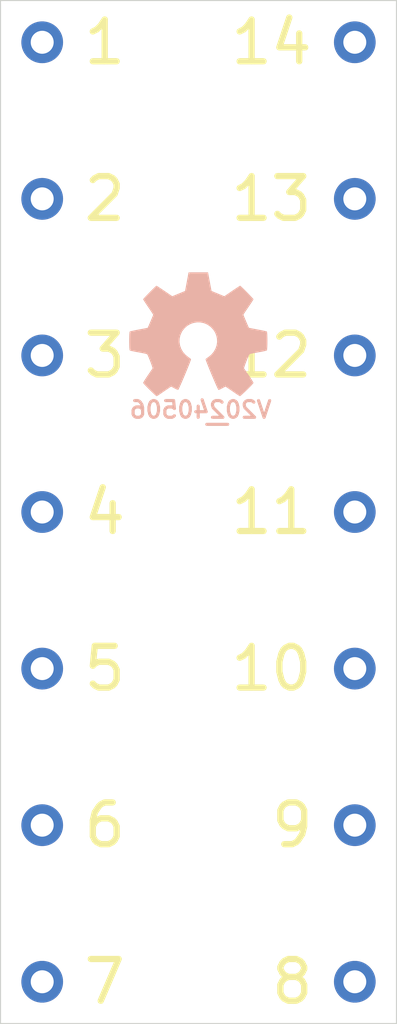
<source format=kicad_pcb>
(kicad_pcb (version 20221018) (generator pcbnew)
  (layers (0 "F.Cu" mixed) (31 "B.Cu" mixed) (34 "B.Paste" user) (35 "F.Paste" user) (36 "B.SilkS" user "B.Silkscreen") (37 "F.SilkS" user "F.Silkscreen") (38 "B.Mask" user) (39 "F.Mask" user) (44 "Edge.Cuts" user))
  (net 0 "")
  (net 1 "Net-(J1-Pin_1)")
  (footprint "mill-max:PC_pin_nail_head_6092" (layer "F.Cu") (at 142.5 62.5)
    (fp_text reference "J1")
    (fp_text value "1" (at 3 0) (layer "F.SilkS") (effects (font (size 2 2) (thickness 0.3))))
    (pad "1" thru_hole circle locked (at 0 0) (size 2 2) (drill 1.1) (layers "*.Cu" "*.Mask") (net 1 "Net-(J1-Pin_1)"))
  )
  (footprint "mill-max:PC_pin_nail_head_6092" (layer "F.Cu") (at 142.5 70)
    (fp_text reference "J2")
    (fp_text value "2" (at 3 0) (layer "F.SilkS") (effects (font (size 2 2) (thickness 0.3))))
    (pad "1" thru_hole circle locked (at 0 0) (size 2 2) (drill 1.1) (layers "*.Cu" "*.Mask") (net 1 "Net-(J1-Pin_1)"))
  )
  (footprint "mill-max:PC_pin_nail_head_6092" (layer "F.Cu") (at 142.5 77.5)
    (fp_text reference "J3")
    (fp_text value "3" (at 3 0) (layer "F.SilkS") (effects (font (size 2 2) (thickness 0.3))))
    (pad "1" thru_hole circle locked (at 0 0) (size 2 2) (drill 1.1) (layers "*.Cu" "*.Mask") (net 1 "Net-(J1-Pin_1)"))
  )
  (footprint "mill-max:PC_pin_nail_head_6092" (layer "F.Cu") (at 142.5 92.5 180)
    (fp_text reference "J5")
    (fp_text value "5" (at -3 0) (layer "F.SilkS") (effects (font (size 2 2) (thickness 0.3))))
    (pad "1" thru_hole circle locked (at 0 0 180) (size 2 2) (drill 1.1) (layers "*.Cu" "*.Mask") (net 1 "Net-(J1-Pin_1)"))
  )
  (footprint "mill-max:PC_pin_nail_head_6092" (layer "F.Cu") (at 142.5 100 180)
    (fp_text reference "J6")
    (fp_text value "6" (at -3 0) (layer "F.SilkS") (effects (font (size 2 2) (thickness 0.3))))
    (pad "1" thru_hole circle locked (at 0 0 180) (size 2 2) (drill 1.1) (layers "*.Cu" "*.Mask") (net 1 "Net-(J1-Pin_1)"))
  )
  (footprint "mill-max:PC_pin_nail_head_6092" (layer "F.Cu") (at 142.5 85 180)
    (fp_text reference "J4")
    (fp_text value "4" (at -3 0) (layer "F.SilkS") (effects (font (size 2 2) (thickness 0.3))))
    (pad "1" thru_hole circle locked (at 0 0 180) (size 2 2) (drill 1.1) (layers "*.Cu" "*.Mask") (net 1 "Net-(J1-Pin_1)"))
  )
  (footprint "mill-max:PC_pin_nail_head_6092" (layer "F.Cu") (at 157.5 85)
    (fp_text reference "J11")
    (fp_text value "11" (at -4 0) (layer "F.SilkS") (effects (font (size 2 2) (thickness 0.3))))
    (pad "1" thru_hole circle locked (at 0 0) (size 2 2) (drill 1.1) (layers "*.Cu" "*.Mask") (net 1 "Net-(J1-Pin_1)"))
  )
  (footprint "mill-max:PC_pin_nail_head_6092" (layer "F.Cu") (at 157.5 107.5)
    (fp_text reference "J8")
    (fp_text value "8" (at -3 0) (layer "F.SilkS") (effects (font (size 2 2) (thickness 0.3))))
    (pad "1" thru_hole circle locked (at 0 0) (size 2 2) (drill 1.1) (layers "*.Cu" "*.Mask") (net 1 "Net-(J1-Pin_1)"))
  )
  (footprint "mill-max:PC_pin_nail_head_6092" (layer "F.Cu") (at 157.5 62.5)
    (fp_text reference "J14")
    (fp_text value "14" (at -4 0) (layer "F.SilkS") (effects (font (size 2 2) (thickness 0.3))))
    (pad "1" thru_hole circle locked (at 0 0) (size 2 2) (drill 1.1) (layers "*.Cu" "*.Mask") (net 1 "Net-(J1-Pin_1)"))
  )
  (footprint "mill-max:PC_pin_nail_head_6092" (layer "F.Cu") (at 157.5 92.5)
    (fp_text reference "J10")
    (fp_text value "10" (at -4 0) (layer "F.SilkS") (effects (font (size 2 2) (thickness 0.3))))
    (pad "1" thru_hole circle locked (at 0 0) (size 2 2) (drill 1.1) (layers "*.Cu" "*.Mask") (net 1 "Net-(J1-Pin_1)"))
  )
  (footprint "mill-max:PC_pin_nail_head_6092" (layer "F.Cu") (at 157.5 70)
    (fp_text reference "J13")
    (fp_text value "13" (at -4 0) (layer "F.SilkS") (effects (font (size 2 2) (thickness 0.3))))
    (pad "1" thru_hole circle locked (at 0 0) (size 2 2) (drill 1.1) (layers "*.Cu" "*.Mask") (net 1 "Net-(J1-Pin_1)"))
  )
  (footprint "mill-max:PC_pin_nail_head_6092" (layer "F.Cu") (at 142.5 107.5)
    (fp_text reference "J7")
    (fp_text value "7" (at 3 0) (layer "F.SilkS") (effects (font (size 2 2) (thickness 0.3))))
    (pad "1" thru_hole circle locked (at 0 0) (size 2 2) (drill 1.1) (layers "*.Cu" "*.Mask") (net 1 "Net-(J1-Pin_1)"))
  )
  (footprint "mill-max:PC_pin_nail_head_6092" (layer "F.Cu") (at 157.5 100)
    (fp_text reference "J9")
    (fp_text value "9" (at -3 0) (layer "F.SilkS") (effects (font (size 2 2) (thickness 0.3))))
    (pad "1" thru_hole circle locked (at 0 0) (size 2 2) (drill 1.1) (layers "*.Cu" "*.Mask") (net 1 "Net-(J1-Pin_1)"))
  )
  (footprint "mill-max:PC_pin_nail_head_6092" (layer "F.Cu") (at 157.5 77.5)
    (fp_text reference "J12")
    (fp_text value "12" (at -4 0) (layer "F.SilkS") (effects (font (size 2 2) (thickness 0.3))))
    (pad "1" thru_hole circle locked (at 0 0) (size 2 2) (drill 1.1) (layers "*.Cu" "*.Mask") (net 1 "Net-(J1-Pin_1)"))
  )
  (footprint "Symbol:OSHW-Symbol_6.7x6mm_SilkScreen" (layer "B.Cu") (at 150 76.5 180)
    (fp_text reference "N2" hide)
    (fp_text value "OHWLOGO" hide)
    (fp_poly (pts (xy 0.555814 2.531069) (xy 0.639635 2.086445) (xy 0.94892 1.958947) (xy 1.258206 1.831449) (xy 1.629246 2.083754) (xy 1.733157 2.154004) (xy 1.827087 2.216728) (xy 1.906652 2.269062) (xy 1.96747 2.308143) (xy 2.005157 2.331107) (xy 2.015421 2.336058) (xy 2.03391 2.323324) (xy 2.07342 2.288118) (xy 2.129522 2.234938) (xy 2.197787 2.168282) (xy 2.273786 2.092646) (xy 2.353092 2.012528) (xy 2.431275 1.932426) (xy 2.503907 1.856836) (xy 2.566559 1.790255) (xy 2.614803 1.737182) (xy 2.64421 1.702113) (xy 2.651241 1.690377) (xy 2.641123 1.66874) (xy 2.612759 1.621338) (xy 2.569129 1.552807) (xy 2.513218 1.467785) (xy 2.448006 1.370907) (xy 2.410219 1.31565) (xy 2.341343 1.214752) (xy 2.28014 1.123701) (xy 2.229578 1.04703) (xy 2.192628 0.989272) (xy 2.172258 0.954957) (xy 2.169197 0.947746) (xy 2.176136 0.927252) (xy 2.195051 0.879487) (xy 2.223087 0.811168) (xy 2.257391 0.729011) (xy 2.295109 0.63973) (xy 2.333387 0.550042) (xy 2.36937 0.466662) (xy 2.400206 0.396306) (xy 2.423039 0.34569) (xy 2.435017 0.321529) (xy 2.435724 0.320578) (xy 2.454531 0.315964) (xy 2.504618 0.305672) (xy 2.580793 0.290713) (xy 2.677865 0.272099) (xy 2.790643 0.250841) (xy 2.856442 0.238582) (xy 2.97695 0.215638) (xy 3.085797 0.193805) (xy 3.177476 0.174278) (xy 3.246481 0.158252) (xy 3.287304 0.146921) (xy 3.295511 0.143326) (xy 3.303548 0.118994) (xy 3.310033 0.064041) (xy 3.31497 -0.015108) (xy 3.318364 -0.112026) (xy 3.320218 -0.220287) (xy 3.320538 -0.333465) (xy 3.319327 -0.445135) (xy 3.31659 -0.548868) (xy 3.312331 -0.638241) (xy 3.306555 -0.706826) (xy 3.299267 -0.748197) (xy 3.294895 -0.75681) (xy 3.268764 -0.767133) (xy 3.213393 -0.781892) (xy 3.136107 -0.799352) (xy 3.04423 -0.81778) (xy 3.012158 -0.823741) (xy 2.857524 -0.852066) (xy 2.735375 -0.874876) (xy 2.641673 -0.89308) (xy 2.572384 -0.907583) (xy 2.523471 -0.919292) (xy 2.490897 -0.929115) (xy 2.470628 -0.937956) (xy 2.458626 -0.946724) (xy 2.456947 -0.948457) (xy 2.440184 -0.976371) (xy 2.414614 -1.030695) (xy 2.382788 -1.104777) (xy 2.34726 -1.191965) (xy 2.310583 -1.285608) (xy 2.275311 -1.379052) (xy 2.243996 -1.465647) (xy 2.219193 -1.53874) (xy 2.203454 -1.591678) (xy 2.199332 -1.617811) (xy 2.199676 -1.618726) (xy 2.213641 -1.640086) (xy 2.245322 -1.687084) (xy 2.291391 -1.754827) (xy 2.348518 -1.838423) (xy 2.413373 -1.932982) (xy 2.431843 -1.959854) (xy 2.497699 -2.057275) (xy 2.55565 -2.146163) (xy 2.602538 -2.221412) (xy 2.635207 -2.27792) (xy 2.6505 -2.310581) (xy 2.651241 -2.314593) (xy 2.638392 -2.335684) (xy 2.602888 -2.377464) (xy 2.549293 -2.435445) (xy 2.482171 -2.505135) (xy 2.406087 -2.582045) (xy 2.325604 -2.661683) (xy 2.245287 -2.739561) (xy 2.169699 -2.811186) (xy 2.103405 -2.87207) (xy 2.050969 -2.917721) (xy 2.016955 -2.94365) (xy 2.007545 -2.947883) (xy 1.985643 -2.937912) (xy 1.9408 -2.91102) (xy 1.880321 -2.871736) (xy 1.833789 -2.840117) (xy 1.749475 -2.782098) (xy 1.649626 -2.713784) (xy 1.549473 -2.645579) (xy 1.495627 -2.609075) (xy 1.313371 -2.4858) (xy 1.160381 -2.56852) (xy 1.090682 -2.604759) (xy 1.031414 -2.632926) (xy 0.991311 -2.648991) (xy 0.981103 -2.651226) (xy 0.968829 -2.634722) (xy 0.944613 -2.588082) (xy 0.910263 -2.515609) (xy 0.867588 -2.421606) (xy 0.818394 -2.310374) (xy 0.76449 -2.186215) (xy 0.707684 -2.053432) (xy 0.649782 -1.916327) (xy 0.592593 -1.779202) (xy 0.537924 -1.646358) (xy 0.487584 -1.522098) (xy 0.44338 -1.410725) (xy 0.407119 -1.316539) (xy 0.380609 -1.243844) (xy 0.365658 -1.196941) (xy 0.363254 -1.180833) (xy 0.382311 -1.160286) (xy 0.424036 -1.126933) (xy 0.479706 -1.087702) (xy 0.484378 -1.084599) (xy 0.628264 -0.969423) (xy 0.744283 -0.835053) (xy 0.83143 -0.685784) (xy 0.888699 -0.525913) (xy 0.915086 -0.359737) (xy 0.909585 -0.191552) (xy 0.87119 -0.025655) (xy 0.798895 0.133658) (xy 0.777626 0.168513) (xy 0.666996 0.309263) (xy 0.536302 0.422286) (xy 0.390064 0.506997) (xy 0.232808 0.562806) (xy 0.069057 0.589126) (xy -0.096667 0.58537) (xy -0.259838 0.55095) (xy -0.415935 0.485277) (xy -0.560433 0.387765) (xy -0.605131 0.348187) (xy -0.718888 0.224297) (xy -0.801782 0.093876) (xy -0.858644 -0.052315) (xy -0.890313 -0.197088) (xy -0.898131 -0.35986) (xy -0.872062 -0.52344) (xy -0.814755 -0.682298) (xy -0.728856 -0.830906) (xy -0.617014 -0.963735) (xy -0.481877 -1.075256) (xy -0.464117 -1.087011) (xy -0.40785 -1.125508) (xy -0.365077 -1.158863) (xy -0.344628 -1.18016) (xy -0.344331 -1.180833) (xy -0.348721 -1.203871) (xy -0.366124 -1.256157) (xy -0.394732 -1.33339) (xy -0.432735 -1.431268) (xy -0.478326 -1.545491) (xy -0.529697 -1.671758) (xy -0.585038 -1.805767) (xy -0.642542 -1.943218) (xy -0.700399 -2.079808) (xy -0.756802 -2.211237) (xy -0.809942 -2.333205) (xy -0.85801 -2.441409) (xy -0.899199 -2.531549) (xy -0.931699 -2.599323) (xy -0.953703 -2.64043) (xy -0.962564 -2.651226) (xy -0.98964 -2.642819) (xy -1.040303 -2.620272) (xy -1.105817 -2.587613) (xy -1.141841 -2.56852) (xy -1.294832 -2.4858) (xy -1.477088 -2.609075) (xy -1.570125 -2.672228) (xy -1.671985 -2.741727) (xy -1.767438 -2.807165) (xy -1.81525 -2.840117) (xy -1.882495 -2.885273) (xy -1.939436 -2.921057) (xy -1.978646 -2.942938) (xy -1.991381 -2.947563) (xy -2.009917 -2.935085) (xy -2.050941 -2.900252) (xy -2.110475 -2.846678) (xy -2.184542 -2.777983) (xy -2.269165 -2.697781) (xy -2.322685 -2.646286) (xy -2.416319 -2.554286) (xy -2.497241 -2.471999) (xy -2.562177 -2.402945) (xy -2.607858 -2.350644) (xy -2.631011 -2.318616) (xy -2.633232 -2.312116) (xy -2.622924 -2.287394) (xy -2.594439 -2.237405) (xy -2.550937 -2.167212) (xy -2.495577 -2.081875) (xy -2.43152 -1.986456) (xy -2.413303 -1.959854) (xy -2.346927 -1.863167) (xy -2.287378 -1.776117) (xy -2.237984 -1.703595) (xy -2.202075 -1.650493) (xy -2.182981 -1.621703) (xy -2.181136 -1.618726) (xy -2.183895 -1.595782) (xy -2.198538 -1.545336) (xy -2.222513 -1.474041) (xy -2.253266 -1.388547) (xy -2.288244 -1.295507) (xy -2.324893 -1.201574) (xy -2.360661 -1.113399) (xy -2.392994 -1.037634) (xy -2.419338 -0.980931) (xy -2.437142 -0.949943) (xy -2.438407 -0.948457) (xy -2.449294 -0.939601) (xy -2.467682 -0.930843) (xy -2.497606 -0.921277) (xy -2.543103 -0.909996) (xy -2.608209 -0.896093) (xy -2.696961 -0.878663) (xy -2.813393 -0.856798) (xy -2.961542 -0.829591) (xy -2.993618 -0.823741) (xy -3.088686 -0.805374) (xy -3.171565 -0.787405) (xy -3.23493 -0.771569) (xy -3.271458 -0.7596) (xy -3.276356 -0.75681) (xy -3.284427 -0.732072) (xy -3.290987 -0.67679) (xy -3.296033 -0.597389) (xy -3.299559 -0.500296) (xy -3.301561 -0.391938) (xy -3.302036 -0.27874) (xy -3.300977 -0.167128) (xy -3.298382 -0.063529) (xy -3.294246 0.025632) (xy -3.288563 0.093928) (xy -3.281331 0.134934) (xy -3.276971 0.143326) (xy -3.252698 0.151792) (xy -3.197426 0.165565) (xy -3.116662 0.18345) (xy -3.015912 0.204252) (xy -2.900683 0.226777) (xy -2.837902 0.238582) (xy -2.718787 0.260849) (xy -2.612565 0.281021) (xy -2.524427 0.298085) (xy -2.459566 0.311031) (xy -2.423174 0.318845) (xy -2.417184 0.320578) (xy -2.407061 0.34011) (xy -2.385662 0.387157) (xy -2.355839 0.454997) (xy -2.320445 0.536909) (xy -2.282332 0.626172) (xy -2.244353 0.716065) (xy -2.20936 0.799865) (xy -2.180206 0.870853) (xy -2.159743 0.922306) (xy -2.150823 0.947503) (xy -2.150657 0.948604) (xy -2.160769 0.968481) (xy -2.189117 1.014223) (xy -2.232723 1.081283) (xy -2.288606 1.165116) (xy -2.353787 1.261174) (xy -2.391679 1.31635) (xy -2.460725 1.417519) (xy -2.52205 1.50937) (xy -2.572663 1.587256) (xy -2.609571 1.646531) (xy -2.629782 1.682549) (xy -2.632701 1.690623) (xy -2.620153 1.709416) (xy -2.585463 1.749543) (xy -2.533063 1.806507) (xy -2.467384 1.875815) (xy -2.392856 1.952969) (xy -2.313913 2.033475) (xy -2.234983 2.112837) (xy -2.1605 2.18656) (xy -2.094894 2.250148) (xy -2.042596 2.299106) (xy -2.008039 2.328939) (xy -1.996478 2.336058) (xy -1.977654 2.326047) (xy -1.932631 2.297922) (xy -1.865787 2.254546) (xy -1.781499 2.198782) (xy -1.684144 2.133494) (xy -1.610707 2.083754) (xy -1.239667 1.831449) (xy -0.621095 2.086445) (xy -0.537275 2.531069) (xy -0.453454 2.975693) (xy 0.471994 2.975693) (xy 0.555814 2.531069)) (stroke (width 0.01)) (fill solid) (layer "B.SilkS"))
  )
  (footprint "SquantorLabels:Label_Generic" (layer "B.Cu") (at 150.9 80.2 180)
    (fp_text reference "N1" hide)
    (fp_text value "V20240506" (at 0.8 0.1) (layer "B.SilkS") (effects (font (size 0.8 0.8)) (justify mirror)))
    (fp_line (start -0.5 -0.6) (end 0.5 -0.6) (stroke (width 0.15)) (layer "B.SilkS"))
  )
  (gr_line (start 140.5 109.5) (end 159.5 109.5) (stroke (width 0.05)) (layer "Edge.Cuts"))
  (gr_line (start 159.5 60.5) (end 159.5 109.5) (stroke (width 0.05)) (layer "Edge.Cuts"))
  (gr_line (start 159.5 60.5) (end 140.5 60.5) (stroke (width 0.05)) (layer "Edge.Cuts"))
  (gr_line (start 140.5 109.5) (end 140.5 60.5) (stroke (width 0.05)) (layer "Edge.Cuts"))
)
</source>
